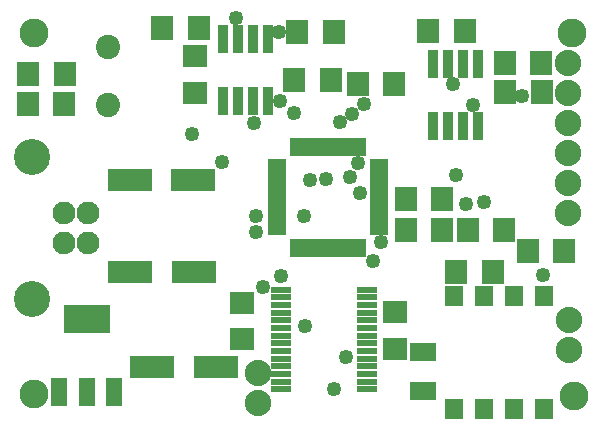
<source format=gts>
G04 MADE WITH FRITZING*
G04 WWW.FRITZING.ORG*
G04 DOUBLE SIDED*
G04 HOLES PLATED*
G04 CONTOUR ON CENTER OF CONTOUR VECTOR*
%ASAXBY*%
%FSLAX23Y23*%
%MOIN*%
%OFA0B0*%
%SFA1.0B1.0*%
%ADD10C,0.076000*%
%ADD11C,0.120000*%
%ADD12C,0.080925*%
%ADD13C,0.080866*%
%ADD14C,0.088000*%
%ADD15C,0.096614*%
%ADD16C,0.049370*%
%ADD17R,0.088736X0.059208*%
%ADD18R,0.088736X0.059222*%
%ADD19R,0.084803X0.072992*%
%ADD20R,0.072992X0.084803*%
%ADD21R,0.060000X0.032000*%
%ADD22R,0.032000X0.060000*%
%ADD23R,0.034000X0.097000*%
%ADD24R,0.065000X0.023701*%
%ADD25R,0.147795X0.072992*%
%ADD26R,0.061181X0.065118*%
%ADD27R,0.058000X0.098000*%
%ADD28R,0.151732X0.096614*%
%LNMASK1*%
G90*
G70*
G54D10*
X283Y592D03*
X283Y690D03*
X205Y690D03*
X205Y592D03*
G54D11*
X98Y404D03*
X98Y878D03*
G54D10*
X283Y592D03*
X283Y690D03*
X205Y690D03*
X205Y592D03*
G54D11*
X98Y404D03*
X98Y878D03*
G54D12*
X349Y1246D03*
G54D13*
X349Y1053D03*
G54D14*
X1888Y235D03*
X1888Y335D03*
X1885Y1193D03*
X1885Y1093D03*
X1885Y993D03*
X1885Y893D03*
X1885Y793D03*
X1885Y693D03*
G54D15*
X1902Y81D03*
X104Y88D03*
X1896Y1292D03*
X102Y1291D03*
G54D16*
X845Y628D03*
X845Y683D03*
X928Y482D03*
X868Y445D03*
X1542Y722D03*
X1799Y485D03*
X1142Y213D03*
X1102Y106D03*
X1024Y800D03*
X1077Y805D03*
X729Y861D03*
X630Y955D03*
X919Y1294D03*
X1731Y1082D03*
X778Y1343D03*
X1501Y1121D03*
X1122Y995D03*
X1162Y1021D03*
X1205Y1054D03*
X971Y1025D03*
X1182Y857D03*
X836Y992D03*
X1003Y680D03*
X1006Y316D03*
X1191Y757D03*
X1511Y819D03*
X1158Y813D03*
X1603Y727D03*
X1261Y594D03*
X922Y1065D03*
X1566Y1050D03*
X1232Y531D03*
G54D14*
X849Y159D03*
X849Y59D03*
G54D17*
X1401Y99D03*
G54D18*
X1401Y227D03*
G54D19*
X1306Y360D03*
X1306Y238D03*
G54D20*
X1510Y496D03*
X1632Y496D03*
G54D21*
X914Y854D03*
X914Y823D03*
X914Y791D03*
X914Y760D03*
X914Y728D03*
X914Y697D03*
X914Y665D03*
X914Y634D03*
G54D22*
X973Y575D03*
X1004Y575D03*
X1036Y575D03*
X1067Y575D03*
X1099Y575D03*
X1130Y575D03*
X1162Y575D03*
X1193Y575D03*
G54D21*
X1252Y634D03*
X1252Y665D03*
X1252Y697D03*
X1252Y728D03*
X1252Y760D03*
X1252Y791D03*
X1252Y823D03*
X1252Y854D03*
G54D22*
X1193Y913D03*
X1162Y913D03*
X1130Y913D03*
X1099Y913D03*
X1067Y913D03*
X1036Y913D03*
X1004Y913D03*
X973Y913D03*
G54D23*
X732Y1066D03*
X782Y1066D03*
X832Y1066D03*
X882Y1066D03*
X882Y1272D03*
X832Y1272D03*
X782Y1272D03*
X732Y1272D03*
X1433Y981D03*
X1483Y981D03*
X1533Y981D03*
X1583Y981D03*
X1583Y1187D03*
X1533Y1187D03*
X1483Y1187D03*
X1433Y1187D03*
G54D24*
X928Y104D03*
X928Y129D03*
X928Y155D03*
X928Y180D03*
X928Y206D03*
X928Y231D03*
X928Y257D03*
X928Y308D03*
X928Y283D03*
X928Y334D03*
X928Y359D03*
X928Y385D03*
X928Y411D03*
X928Y436D03*
X1215Y104D03*
X1215Y129D03*
X1215Y155D03*
X1215Y180D03*
X1215Y206D03*
X1215Y231D03*
X1215Y257D03*
X1215Y283D03*
X1215Y308D03*
X1215Y334D03*
X1215Y359D03*
X1215Y385D03*
X1215Y411D03*
X1215Y436D03*
G54D20*
X204Y1055D03*
X82Y1055D03*
X206Y1154D03*
X84Y1154D03*
X1418Y1297D03*
X1540Y1297D03*
X1549Y634D03*
X1671Y634D03*
X1343Y634D03*
X1465Y634D03*
X1674Y1096D03*
X1796Y1096D03*
X1672Y1191D03*
X1794Y1191D03*
X1342Y737D03*
X1464Y737D03*
X1103Y1295D03*
X981Y1295D03*
X530Y1308D03*
X652Y1308D03*
X1871Y564D03*
X1749Y564D03*
G54D19*
X641Y1214D03*
X641Y1092D03*
G54D25*
X425Y495D03*
X638Y495D03*
X498Y179D03*
X711Y179D03*
G54D20*
X970Y1136D03*
X1092Y1136D03*
G54D26*
X1502Y414D03*
X1602Y414D03*
X1702Y414D03*
X1802Y414D03*
X1505Y38D03*
X1605Y38D03*
X1705Y38D03*
X1805Y38D03*
G54D25*
X422Y800D03*
X634Y800D03*
G54D20*
X1182Y1123D03*
X1304Y1123D03*
G54D19*
X797Y270D03*
X797Y392D03*
G54D27*
X188Y94D03*
X279Y94D03*
X370Y94D03*
G54D28*
X279Y338D03*
G04 End of Mask1*
M02*
</source>
